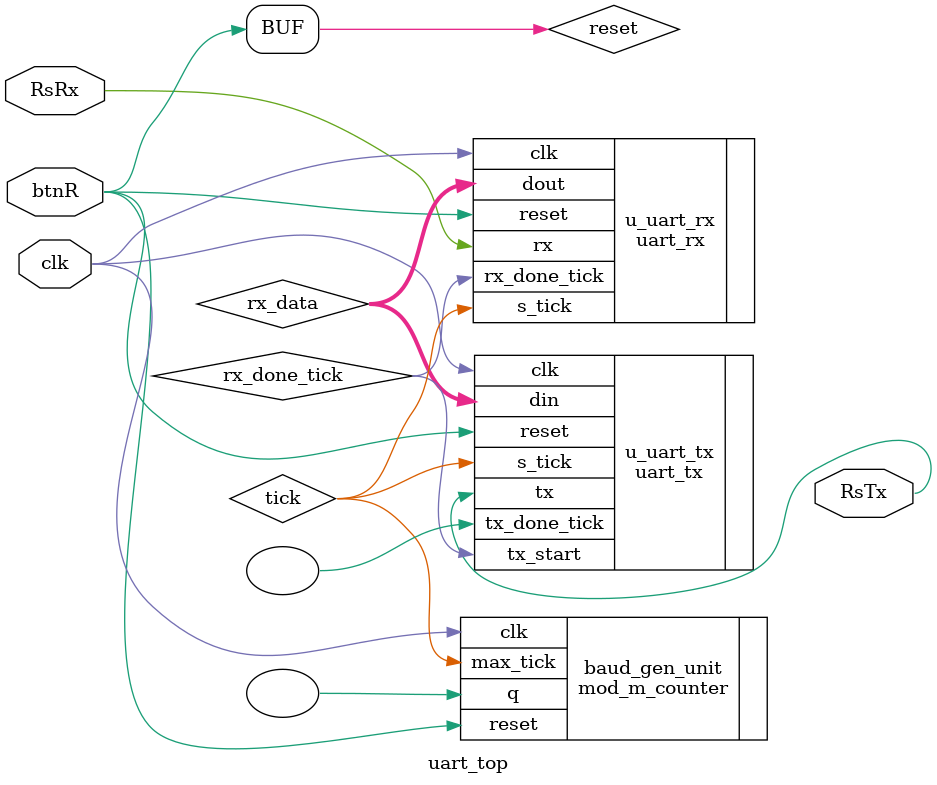
<source format=v>
`timescale 1ns / 1ps


module uart_top(

    input clk,
    input btnR,
    input RsRx,
    output RsTx
    );
    localparam DBIT     = 16;
    localparam SB_TICK  = 16;
    localparam DVSR     = 326;
    localparam DVSR_BIT = 9;
    wire tick;
    wire rx_done_tick;
    wire [7:0] rx_data;
    wire reset;
    assign reset = btnR;
    /*
    bip u_bip(
        
    );
    
    interface u_interface(
        
    );
    */

    uart_rx 
            #(.DBIT(DBIT),
            .SB_TICK(SB_TICK))
        u_uart_rx(
            .rx_done_tick(rx_done_tick),
            .dout(rx_data),

            .rx(RsRx),
            .s_tick(tick),
            .clk(clk),
            .reset(reset)
    );

    uart_tx 
            #(.DBIT(DBIT),
            .SB_TICK(SB_TICK))
        u_uart_tx(
            .tx(RsTx),
            .tx_done_tick(),

            .din(rx_data),
            .tx_start(rx_done_tick),
            .s_tick(tick),
            .clk(clk),
            .reset(reset)
    );
    mod_m_counter 
            #(.M(DVSR),
              .N(DVSR_BIT))
        baud_gen_unit(
            .max_tick(tick),
            .q(),

            .clk(clk),
            .reset(reset)
    );

endmodule
</source>
